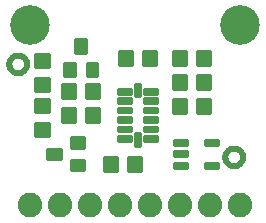
<source format=gbr>
G04 EAGLE Gerber RS-274X export*
G75*
%MOMM*%
%FSLAX34Y34*%
%LPD*%
%INSoldermask Top*%
%IPPOS*%
%AMOC8*
5,1,8,0,0,1.08239X$1,22.5*%
G01*
%ADD10C,0.358819*%
%ADD11C,3.352400*%
%ADD12C,0.500000*%
%ADD13C,0.351622*%
%ADD14C,0.357244*%
%ADD15C,0.358222*%
%ADD16C,2.082800*%


D10*
X100872Y80132D02*
X100872Y83068D01*
X110808Y83068D01*
X110808Y80132D01*
X100872Y80132D01*
X100872Y88132D02*
X100872Y91068D01*
X110808Y91068D01*
X110808Y88132D01*
X100872Y88132D01*
X100872Y96132D02*
X100872Y99068D01*
X110808Y99068D01*
X110808Y96132D01*
X100872Y96132D01*
X100872Y104132D02*
X100872Y107068D01*
X110808Y107068D01*
X110808Y104132D01*
X100872Y104132D01*
X100872Y112132D02*
X100872Y115068D01*
X110808Y115068D01*
X110808Y112132D01*
X100872Y112132D01*
X110808Y120132D02*
X110808Y123068D01*
X110808Y120132D02*
X100872Y120132D01*
X100872Y123068D01*
X110808Y123068D01*
X115372Y127568D02*
X118308Y127568D01*
X118308Y117632D01*
X115372Y117632D01*
X115372Y127568D01*
X115372Y121041D02*
X118308Y121041D01*
X118308Y124450D02*
X115372Y124450D01*
X132808Y123068D02*
X132808Y120132D01*
X122872Y120132D01*
X122872Y123068D01*
X132808Y123068D01*
X132808Y115068D02*
X132808Y112132D01*
X122872Y112132D01*
X122872Y115068D01*
X132808Y115068D01*
X132808Y107068D02*
X132808Y104132D01*
X122872Y104132D01*
X122872Y107068D01*
X132808Y107068D01*
X132808Y99068D02*
X132808Y96132D01*
X122872Y96132D01*
X122872Y99068D01*
X132808Y99068D01*
X122872Y91068D02*
X122872Y88132D01*
X122872Y91068D02*
X132808Y91068D01*
X132808Y88132D01*
X122872Y88132D01*
X122872Y83068D02*
X122872Y80132D01*
X122872Y83068D02*
X132808Y83068D01*
X132808Y80132D01*
X122872Y80132D01*
X118308Y75632D02*
X115372Y75632D01*
X115372Y85568D01*
X118308Y85568D01*
X118308Y75632D01*
X118308Y79041D02*
X115372Y79041D01*
X115372Y82450D02*
X118308Y82450D01*
D11*
X25400Y177800D03*
X203200Y177800D03*
D12*
X15240Y152280D02*
X15059Y152278D01*
X14878Y152271D01*
X14697Y152260D01*
X14516Y152245D01*
X14336Y152225D01*
X14156Y152201D01*
X13977Y152173D01*
X13799Y152140D01*
X13622Y152103D01*
X13445Y152062D01*
X13270Y152017D01*
X13095Y151967D01*
X12922Y151913D01*
X12751Y151855D01*
X12580Y151793D01*
X12412Y151726D01*
X12245Y151656D01*
X12079Y151582D01*
X11916Y151503D01*
X11755Y151421D01*
X11595Y151335D01*
X11438Y151245D01*
X11283Y151151D01*
X11130Y151054D01*
X10980Y150952D01*
X10832Y150848D01*
X10686Y150739D01*
X10544Y150628D01*
X10404Y150512D01*
X10267Y150394D01*
X10132Y150272D01*
X10001Y150147D01*
X9873Y150019D01*
X9748Y149888D01*
X9626Y149753D01*
X9508Y149616D01*
X9392Y149476D01*
X9281Y149334D01*
X9172Y149188D01*
X9068Y149040D01*
X8966Y148890D01*
X8869Y148737D01*
X8775Y148582D01*
X8685Y148425D01*
X8599Y148265D01*
X8517Y148104D01*
X8438Y147941D01*
X8364Y147775D01*
X8294Y147608D01*
X8227Y147440D01*
X8165Y147269D01*
X8107Y147098D01*
X8053Y146925D01*
X8003Y146750D01*
X7958Y146575D01*
X7917Y146398D01*
X7880Y146221D01*
X7847Y146043D01*
X7819Y145864D01*
X7795Y145684D01*
X7775Y145504D01*
X7760Y145323D01*
X7749Y145142D01*
X7742Y144961D01*
X7740Y144780D01*
X15240Y152280D02*
X15421Y152278D01*
X15602Y152271D01*
X15783Y152260D01*
X15964Y152245D01*
X16144Y152225D01*
X16324Y152201D01*
X16503Y152173D01*
X16681Y152140D01*
X16858Y152103D01*
X17035Y152062D01*
X17210Y152017D01*
X17385Y151967D01*
X17558Y151913D01*
X17729Y151855D01*
X17900Y151793D01*
X18068Y151726D01*
X18235Y151656D01*
X18401Y151582D01*
X18564Y151503D01*
X18725Y151421D01*
X18885Y151335D01*
X19042Y151245D01*
X19197Y151151D01*
X19350Y151054D01*
X19500Y150952D01*
X19648Y150848D01*
X19794Y150739D01*
X19936Y150628D01*
X20076Y150512D01*
X20213Y150394D01*
X20348Y150272D01*
X20479Y150147D01*
X20607Y150019D01*
X20732Y149888D01*
X20854Y149753D01*
X20972Y149616D01*
X21088Y149476D01*
X21199Y149334D01*
X21308Y149188D01*
X21412Y149040D01*
X21514Y148890D01*
X21611Y148737D01*
X21705Y148582D01*
X21795Y148425D01*
X21881Y148265D01*
X21963Y148104D01*
X22042Y147941D01*
X22116Y147775D01*
X22186Y147608D01*
X22253Y147440D01*
X22315Y147269D01*
X22373Y147098D01*
X22427Y146925D01*
X22477Y146750D01*
X22522Y146575D01*
X22563Y146398D01*
X22600Y146221D01*
X22633Y146043D01*
X22661Y145864D01*
X22685Y145684D01*
X22705Y145504D01*
X22720Y145323D01*
X22731Y145142D01*
X22738Y144961D01*
X22740Y144780D01*
X22738Y144599D01*
X22731Y144418D01*
X22720Y144237D01*
X22705Y144056D01*
X22685Y143876D01*
X22661Y143696D01*
X22633Y143517D01*
X22600Y143339D01*
X22563Y143162D01*
X22522Y142985D01*
X22477Y142810D01*
X22427Y142635D01*
X22373Y142462D01*
X22315Y142291D01*
X22253Y142120D01*
X22186Y141952D01*
X22116Y141785D01*
X22042Y141619D01*
X21963Y141456D01*
X21881Y141295D01*
X21795Y141135D01*
X21705Y140978D01*
X21611Y140823D01*
X21514Y140670D01*
X21412Y140520D01*
X21308Y140372D01*
X21199Y140226D01*
X21088Y140084D01*
X20972Y139944D01*
X20854Y139807D01*
X20732Y139672D01*
X20607Y139541D01*
X20479Y139413D01*
X20348Y139288D01*
X20213Y139166D01*
X20076Y139048D01*
X19936Y138932D01*
X19794Y138821D01*
X19648Y138712D01*
X19500Y138608D01*
X19350Y138506D01*
X19197Y138409D01*
X19042Y138315D01*
X18885Y138225D01*
X18725Y138139D01*
X18564Y138057D01*
X18401Y137978D01*
X18235Y137904D01*
X18068Y137834D01*
X17900Y137767D01*
X17729Y137705D01*
X17558Y137647D01*
X17385Y137593D01*
X17210Y137543D01*
X17035Y137498D01*
X16858Y137457D01*
X16681Y137420D01*
X16503Y137387D01*
X16324Y137359D01*
X16144Y137335D01*
X15964Y137315D01*
X15783Y137300D01*
X15602Y137289D01*
X15421Y137282D01*
X15240Y137280D01*
X15059Y137282D01*
X14878Y137289D01*
X14697Y137300D01*
X14516Y137315D01*
X14336Y137335D01*
X14156Y137359D01*
X13977Y137387D01*
X13799Y137420D01*
X13622Y137457D01*
X13445Y137498D01*
X13270Y137543D01*
X13095Y137593D01*
X12922Y137647D01*
X12751Y137705D01*
X12580Y137767D01*
X12412Y137834D01*
X12245Y137904D01*
X12079Y137978D01*
X11916Y138057D01*
X11755Y138139D01*
X11595Y138225D01*
X11438Y138315D01*
X11283Y138409D01*
X11130Y138506D01*
X10980Y138608D01*
X10832Y138712D01*
X10686Y138821D01*
X10544Y138932D01*
X10404Y139048D01*
X10267Y139166D01*
X10132Y139288D01*
X10001Y139413D01*
X9873Y139541D01*
X9748Y139672D01*
X9626Y139807D01*
X9508Y139944D01*
X9392Y140084D01*
X9281Y140226D01*
X9172Y140372D01*
X9068Y140520D01*
X8966Y140670D01*
X8869Y140823D01*
X8775Y140978D01*
X8685Y141135D01*
X8599Y141295D01*
X8517Y141456D01*
X8438Y141619D01*
X8364Y141785D01*
X8294Y141952D01*
X8227Y142120D01*
X8165Y142291D01*
X8107Y142462D01*
X8053Y142635D01*
X8003Y142810D01*
X7958Y142985D01*
X7917Y143162D01*
X7880Y143339D01*
X7847Y143517D01*
X7819Y143696D01*
X7795Y143876D01*
X7775Y144056D01*
X7760Y144237D01*
X7749Y144418D01*
X7742Y144599D01*
X7740Y144780D01*
X190620Y66040D02*
X190622Y66221D01*
X190629Y66402D01*
X190640Y66583D01*
X190655Y66764D01*
X190675Y66944D01*
X190699Y67124D01*
X190727Y67303D01*
X190760Y67481D01*
X190797Y67658D01*
X190838Y67835D01*
X190883Y68010D01*
X190933Y68185D01*
X190987Y68358D01*
X191045Y68529D01*
X191107Y68700D01*
X191174Y68868D01*
X191244Y69035D01*
X191318Y69201D01*
X191397Y69364D01*
X191479Y69525D01*
X191565Y69685D01*
X191655Y69842D01*
X191749Y69997D01*
X191846Y70150D01*
X191948Y70300D01*
X192052Y70448D01*
X192161Y70594D01*
X192272Y70736D01*
X192388Y70876D01*
X192506Y71013D01*
X192628Y71148D01*
X192753Y71279D01*
X192881Y71407D01*
X193012Y71532D01*
X193147Y71654D01*
X193284Y71772D01*
X193424Y71888D01*
X193566Y71999D01*
X193712Y72108D01*
X193860Y72212D01*
X194010Y72314D01*
X194163Y72411D01*
X194318Y72505D01*
X194475Y72595D01*
X194635Y72681D01*
X194796Y72763D01*
X194959Y72842D01*
X195125Y72916D01*
X195292Y72986D01*
X195460Y73053D01*
X195631Y73115D01*
X195802Y73173D01*
X195975Y73227D01*
X196150Y73277D01*
X196325Y73322D01*
X196502Y73363D01*
X196679Y73400D01*
X196857Y73433D01*
X197036Y73461D01*
X197216Y73485D01*
X197396Y73505D01*
X197577Y73520D01*
X197758Y73531D01*
X197939Y73538D01*
X198120Y73540D01*
X198301Y73538D01*
X198482Y73531D01*
X198663Y73520D01*
X198844Y73505D01*
X199024Y73485D01*
X199204Y73461D01*
X199383Y73433D01*
X199561Y73400D01*
X199738Y73363D01*
X199915Y73322D01*
X200090Y73277D01*
X200265Y73227D01*
X200438Y73173D01*
X200609Y73115D01*
X200780Y73053D01*
X200948Y72986D01*
X201115Y72916D01*
X201281Y72842D01*
X201444Y72763D01*
X201605Y72681D01*
X201765Y72595D01*
X201922Y72505D01*
X202077Y72411D01*
X202230Y72314D01*
X202380Y72212D01*
X202528Y72108D01*
X202674Y71999D01*
X202816Y71888D01*
X202956Y71772D01*
X203093Y71654D01*
X203228Y71532D01*
X203359Y71407D01*
X203487Y71279D01*
X203612Y71148D01*
X203734Y71013D01*
X203852Y70876D01*
X203968Y70736D01*
X204079Y70594D01*
X204188Y70448D01*
X204292Y70300D01*
X204394Y70150D01*
X204491Y69997D01*
X204585Y69842D01*
X204675Y69685D01*
X204761Y69525D01*
X204843Y69364D01*
X204922Y69201D01*
X204996Y69035D01*
X205066Y68868D01*
X205133Y68700D01*
X205195Y68529D01*
X205253Y68358D01*
X205307Y68185D01*
X205357Y68010D01*
X205402Y67835D01*
X205443Y67658D01*
X205480Y67481D01*
X205513Y67303D01*
X205541Y67124D01*
X205565Y66944D01*
X205585Y66764D01*
X205600Y66583D01*
X205611Y66402D01*
X205618Y66221D01*
X205620Y66040D01*
X205618Y65859D01*
X205611Y65678D01*
X205600Y65497D01*
X205585Y65316D01*
X205565Y65136D01*
X205541Y64956D01*
X205513Y64777D01*
X205480Y64599D01*
X205443Y64422D01*
X205402Y64245D01*
X205357Y64070D01*
X205307Y63895D01*
X205253Y63722D01*
X205195Y63551D01*
X205133Y63380D01*
X205066Y63212D01*
X204996Y63045D01*
X204922Y62879D01*
X204843Y62716D01*
X204761Y62555D01*
X204675Y62395D01*
X204585Y62238D01*
X204491Y62083D01*
X204394Y61930D01*
X204292Y61780D01*
X204188Y61632D01*
X204079Y61486D01*
X203968Y61344D01*
X203852Y61204D01*
X203734Y61067D01*
X203612Y60932D01*
X203487Y60801D01*
X203359Y60673D01*
X203228Y60548D01*
X203093Y60426D01*
X202956Y60308D01*
X202816Y60192D01*
X202674Y60081D01*
X202528Y59972D01*
X202380Y59868D01*
X202230Y59766D01*
X202077Y59669D01*
X201922Y59575D01*
X201765Y59485D01*
X201605Y59399D01*
X201444Y59317D01*
X201281Y59238D01*
X201115Y59164D01*
X200948Y59094D01*
X200780Y59027D01*
X200609Y58965D01*
X200438Y58907D01*
X200265Y58853D01*
X200090Y58803D01*
X199915Y58758D01*
X199738Y58717D01*
X199561Y58680D01*
X199383Y58647D01*
X199204Y58619D01*
X199024Y58595D01*
X198844Y58575D01*
X198663Y58560D01*
X198482Y58549D01*
X198301Y58542D01*
X198120Y58540D01*
X197939Y58542D01*
X197758Y58549D01*
X197577Y58560D01*
X197396Y58575D01*
X197216Y58595D01*
X197036Y58619D01*
X196857Y58647D01*
X196679Y58680D01*
X196502Y58717D01*
X196325Y58758D01*
X196150Y58803D01*
X195975Y58853D01*
X195802Y58907D01*
X195631Y58965D01*
X195460Y59027D01*
X195292Y59094D01*
X195125Y59164D01*
X194959Y59238D01*
X194796Y59317D01*
X194635Y59399D01*
X194475Y59485D01*
X194318Y59575D01*
X194163Y59669D01*
X194010Y59766D01*
X193860Y59868D01*
X193712Y59972D01*
X193566Y60081D01*
X193424Y60192D01*
X193284Y60308D01*
X193147Y60426D01*
X193012Y60548D01*
X192881Y60673D01*
X192753Y60801D01*
X192628Y60932D01*
X192506Y61067D01*
X192388Y61204D01*
X192272Y61344D01*
X192161Y61486D01*
X192052Y61632D01*
X191948Y61780D01*
X191846Y61930D01*
X191749Y62083D01*
X191655Y62238D01*
X191565Y62395D01*
X191479Y62555D01*
X191397Y62716D01*
X191318Y62879D01*
X191244Y63045D01*
X191174Y63212D01*
X191107Y63380D01*
X191045Y63551D01*
X190987Y63722D01*
X190933Y63895D01*
X190883Y64070D01*
X190838Y64245D01*
X190797Y64422D01*
X190760Y64599D01*
X190727Y64777D01*
X190699Y64956D01*
X190675Y65136D01*
X190655Y65316D01*
X190640Y65497D01*
X190629Y65678D01*
X190622Y65859D01*
X190620Y66040D01*
D13*
X83744Y127424D02*
X73736Y127424D01*
X83744Y127424D02*
X83744Y116416D01*
X73736Y116416D01*
X73736Y127424D01*
X73736Y119756D02*
X83744Y119756D01*
X83744Y123096D02*
X73736Y123096D01*
X73736Y126436D02*
X83744Y126436D01*
X63424Y127424D02*
X53416Y127424D01*
X63424Y127424D02*
X63424Y116416D01*
X53416Y116416D01*
X53416Y127424D01*
X53416Y119756D02*
X63424Y119756D01*
X63424Y123096D02*
X53416Y123096D01*
X53416Y126436D02*
X63424Y126436D01*
X73736Y107104D02*
X83744Y107104D01*
X83744Y96096D01*
X73736Y96096D01*
X73736Y107104D01*
X73736Y99436D02*
X83744Y99436D01*
X83744Y102776D02*
X73736Y102776D01*
X73736Y106116D02*
X83744Y106116D01*
X63424Y107104D02*
X53416Y107104D01*
X63424Y107104D02*
X63424Y96096D01*
X53416Y96096D01*
X53416Y107104D01*
X53416Y99436D02*
X63424Y99436D01*
X63424Y102776D02*
X53416Y102776D01*
X53416Y106116D02*
X63424Y106116D01*
X167716Y155364D02*
X177724Y155364D01*
X177724Y144356D01*
X167716Y144356D01*
X167716Y155364D01*
X167716Y147696D02*
X177724Y147696D01*
X177724Y151036D02*
X167716Y151036D01*
X167716Y154376D02*
X177724Y154376D01*
X157404Y155364D02*
X147396Y155364D01*
X157404Y155364D02*
X157404Y144356D01*
X147396Y144356D01*
X147396Y155364D01*
X147396Y147696D02*
X157404Y147696D01*
X157404Y151036D02*
X147396Y151036D01*
X147396Y154376D02*
X157404Y154376D01*
X111684Y144356D02*
X101676Y144356D01*
X101676Y155364D01*
X111684Y155364D01*
X111684Y144356D01*
X111684Y147696D02*
X101676Y147696D01*
X101676Y151036D02*
X111684Y151036D01*
X111684Y154376D02*
X101676Y154376D01*
X121996Y144356D02*
X132004Y144356D01*
X121996Y144356D02*
X121996Y155364D01*
X132004Y155364D01*
X132004Y144356D01*
X132004Y147696D02*
X121996Y147696D01*
X121996Y151036D02*
X132004Y151036D01*
X132004Y154376D02*
X121996Y154376D01*
X119304Y65194D02*
X109296Y65194D01*
X119304Y65194D02*
X119304Y54186D01*
X109296Y54186D01*
X109296Y65194D01*
X109296Y57526D02*
X119304Y57526D01*
X119304Y60866D02*
X109296Y60866D01*
X109296Y64206D02*
X119304Y64206D01*
X98984Y65194D02*
X88976Y65194D01*
X98984Y65194D02*
X98984Y54186D01*
X88976Y54186D01*
X88976Y65194D01*
X88976Y57526D02*
X98984Y57526D01*
X98984Y60866D02*
X88976Y60866D01*
X88976Y64206D02*
X98984Y64206D01*
X147396Y124036D02*
X157404Y124036D01*
X147396Y124036D02*
X147396Y135044D01*
X157404Y135044D01*
X157404Y124036D01*
X157404Y127376D02*
X147396Y127376D01*
X147396Y130716D02*
X157404Y130716D01*
X157404Y134056D02*
X147396Y134056D01*
X167716Y124036D02*
X177724Y124036D01*
X167716Y124036D02*
X167716Y135044D01*
X177724Y135044D01*
X177724Y124036D01*
X177724Y127376D02*
X167716Y127376D01*
X167716Y130716D02*
X177724Y130716D01*
X177724Y134056D02*
X167716Y134056D01*
D14*
X51206Y72556D02*
X51206Y64604D01*
X40554Y64604D01*
X40554Y72556D01*
X51206Y72556D01*
X51206Y67997D02*
X40554Y67997D01*
X40554Y71390D02*
X51206Y71390D01*
X71206Y74104D02*
X71206Y82056D01*
X71206Y74104D02*
X60554Y74104D01*
X60554Y82056D01*
X71206Y82056D01*
X71206Y77497D02*
X60554Y77497D01*
X60554Y80890D02*
X71206Y80890D01*
X71206Y63056D02*
X71206Y55104D01*
X60554Y55104D01*
X60554Y63056D01*
X71206Y63056D01*
X71206Y58497D02*
X60554Y58497D01*
X60554Y61890D02*
X71206Y61890D01*
X72556Y154534D02*
X64604Y154534D01*
X64604Y165186D01*
X72556Y165186D01*
X72556Y154534D01*
X72556Y157927D02*
X64604Y157927D01*
X64604Y161320D02*
X72556Y161320D01*
X72556Y164713D02*
X64604Y164713D01*
X74104Y134534D02*
X82056Y134534D01*
X74104Y134534D02*
X74104Y145186D01*
X82056Y145186D01*
X82056Y134534D01*
X82056Y137927D02*
X74104Y137927D01*
X74104Y141320D02*
X82056Y141320D01*
X82056Y144713D02*
X74104Y144713D01*
X63056Y134534D02*
X55104Y134534D01*
X55104Y145186D01*
X63056Y145186D01*
X63056Y134534D01*
X63056Y137927D02*
X55104Y137927D01*
X55104Y141320D02*
X63056Y141320D01*
X63056Y144713D02*
X55104Y144713D01*
D13*
X41064Y93904D02*
X41064Y83896D01*
X30056Y83896D01*
X30056Y93904D01*
X41064Y93904D01*
X41064Y87236D02*
X30056Y87236D01*
X30056Y90576D02*
X41064Y90576D01*
X41064Y104216D02*
X41064Y114224D01*
X41064Y104216D02*
X30056Y104216D01*
X30056Y114224D01*
X41064Y114224D01*
X41064Y107556D02*
X30056Y107556D01*
X30056Y110896D02*
X41064Y110896D01*
X30056Y142316D02*
X30056Y152324D01*
X41064Y152324D01*
X41064Y142316D01*
X30056Y142316D01*
X30056Y145656D02*
X41064Y145656D01*
X41064Y148996D02*
X30056Y148996D01*
X30056Y132004D02*
X30056Y121996D01*
X30056Y132004D02*
X41064Y132004D01*
X41064Y121996D01*
X30056Y121996D01*
X30056Y125336D02*
X41064Y125336D01*
X41064Y128676D02*
X30056Y128676D01*
D15*
X148398Y79801D02*
X148398Y76359D01*
X148398Y79801D02*
X158340Y79801D01*
X158340Y76359D01*
X148398Y76359D01*
X148398Y79762D02*
X158340Y79762D01*
X148398Y70301D02*
X148398Y66859D01*
X148398Y70301D02*
X158340Y70301D01*
X158340Y66859D01*
X148398Y66859D01*
X148398Y70262D02*
X158340Y70262D01*
X148398Y60801D02*
X148398Y57359D01*
X148398Y60801D02*
X158340Y60801D01*
X158340Y57359D01*
X148398Y57359D01*
X148398Y60762D02*
X158340Y60762D01*
X174400Y60801D02*
X174400Y57359D01*
X174400Y60801D02*
X184342Y60801D01*
X184342Y57359D01*
X174400Y57359D01*
X174400Y60762D02*
X184342Y60762D01*
X174400Y76359D02*
X174400Y79801D01*
X184342Y79801D01*
X184342Y76359D01*
X174400Y76359D01*
X174400Y79762D02*
X184342Y79762D01*
D13*
X157404Y103716D02*
X147396Y103716D01*
X147396Y114724D01*
X157404Y114724D01*
X157404Y103716D01*
X157404Y107056D02*
X147396Y107056D01*
X147396Y110396D02*
X157404Y110396D01*
X157404Y113736D02*
X147396Y113736D01*
X167716Y103716D02*
X177724Y103716D01*
X167716Y103716D02*
X167716Y114724D01*
X177724Y114724D01*
X177724Y103716D01*
X177724Y107056D02*
X167716Y107056D01*
X167716Y110396D02*
X177724Y110396D01*
X177724Y113736D02*
X167716Y113736D01*
D16*
X25400Y25400D03*
X50800Y25400D03*
X76200Y25400D03*
X101600Y25400D03*
X127000Y25400D03*
X152400Y25400D03*
X177800Y25400D03*
X203200Y25400D03*
M02*

</source>
